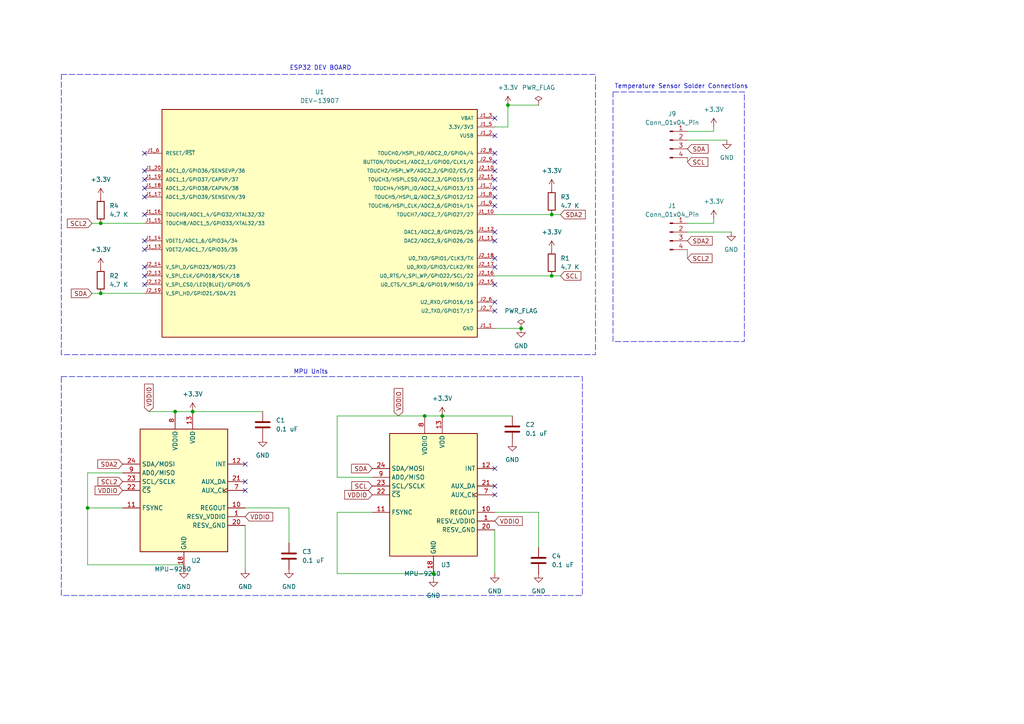
<source format=kicad_sch>
(kicad_sch (version 20250114) (generator "eeschema") (generator_version "9.0")
  (paper "A4")
  (lib_symbols
    (symbol "Connector:Conn_01x04_Pin" (pin_names (offset 1.016) (hide yes))
      (property "Reference" "J" (at 0 5.08 0))
      (property "Value" "Conn_01x04_Pin" (at 0 -7.62 0))
      (symbol "Conn_01x04_Pin_1_1"
        (rectangle (start 0.8636 2.667) (end 0 2.413) (stroke (width 0.1524)) (fill (type outline)))
        (rectangle (start 0.8636 0.127) (end 0 -0.127) (stroke (width 0.1524)) (fill (type outline)))
        (rectangle (start 0.8636 -2.413) (end 0 -2.667) (stroke (width 0.1524)) (fill (type outline)))
        (rectangle (start 0.8636 -4.953) (end 0 -5.207) (stroke (width 0.1524)) (fill (type outline)))
        (polyline (pts (xy 1.27 2.54) (xy 0.8636 2.54)) (stroke (width 0.1524)))
        (polyline (pts (xy 1.27 0) (xy 0.8636 0)) (stroke (width 0.1524)))
        (polyline (pts (xy 1.27 -2.54) (xy 0.8636 -2.54)) (stroke (width 0.1524)))
        (polyline (pts (xy 1.27 -5.08) (xy 0.8636 -5.08)) (stroke (width 0.1524)))
        (pin passive line (at 5.08 2.54 180) (length 3.81) (name "Pin_1") (number "1"))
        (pin passive line (at 5.08 0 180) (length 3.81) (name "Pin_2") (number "2"))
        (pin passive line (at 5.08 -2.54 180) (length 3.81) (name "Pin_3") (number "3"))
        (pin passive line (at 5.08 -5.08 180) (length 3.81) (name "Pin_4") (number "4"))
      )
    )
    (symbol "DEV-13907:DEV-13907" (pin_names (offset 1.016))
      (property "Reference" "U" (at -45.72 33.782 0))
      (property "Value" "DEV-13907" (at -45.72 -35.56 0))
      (symbol "DEV-13907_0_0"
        (rectangle (start -45.72 -33.02) (end 45.72 33.02) (stroke (width 0.254)) (fill (type background)))
        (pin input line (at -50.8 20.32 0) (length 5.08) (name "RESET/~{RST}") (number "J1_6"))
        (pin bidirectional line (at -50.8 15.24 0) (length 5.08) (name "ADC1_0/GPIO36/SENSEVP/36") (number "J1_20"))
        (pin bidirectional line (at -50.8 12.7 0) (length 5.08) (name "ADC1_1/GPIO37/CAPVP/37") (number "J1_19"))
        (pin bidirectional line (at -50.8 10.16 0) (length 5.08) (name "ADC1_2/GPIO38/CAPVN/38") (number "J1_18"))
        (pin bidirectional line (at -50.8 7.62 0) (length 5.08) (name "ADC1_3/GPIO39/SENSEVN/39") (number "J1_17"))
        (pin bidirectional line (at -50.8 2.54 0) (length 5.08) (name "TOUCH9/ADC1_4/GPIO32/XTAL32/32") (number "J1_16"))
        (pin bidirectional line (at -50.8 0 0) (length 5.08) (name "TOUCH8/ADC1_5/GPIO33/XTAL32/33") (number "J1_15"))
        (pin bidirectional line (at -50.8 -5.08 0) (length 5.08) (name "VDET1/ADC1_6/GPIO34/34") (number "J1_14"))
        (pin bidirectional line (at -50.8 -7.62 0) (length 5.08) (name "VDET2/ADC1_7/GPIO35/35") (number "J1_13"))
        (pin bidirectional line (at -50.8 -12.7 0) (length 5.08) (name "V_SPI_D/GPIO23/MOSI/23") (number "J2_14"))
        (pin bidirectional line (at -50.8 -15.24 0) (length 5.08) (name "V_SPI_CLK/GPIO18/SCK/18") (number "J2_13"))
        (pin bidirectional line (at -50.8 -17.78 0) (length 5.08) (name "V_SPI_CS0/LED(BLUE)/GPIO5/5") (number "J2_12"))
        (pin bidirectional line (at -50.8 -20.32 0) (length 5.08) (name "V_SPI_HD/GPIO21/SDA/21") (number "J2_19"))
        (pin power_in line (at 50.8 30.48 180) (length 5.08) (name "VBAT") (number "J1_3"))
        (pin power_in line (at 50.8 30.48 180) (length 5.08) (hide yes) (name "VBAT") (number "J2_3"))
        (pin power_in line (at 50.8 27.94 180) (length 5.08) (name "3.3V/3V3") (number "J1_5"))
        (pin power_in line (at 50.8 27.94 180) (length 5.08) (hide yes) (name "3.3V/3V3") (number "J2_5"))
        (pin power_in line (at 50.8 25.4 180) (length 5.08) (name "VUSB") (number "J1_2"))
        (pin power_in line (at 50.8 25.4 180) (length 5.08) (hide yes) (name "VUSB") (number "J2_2"))
        (pin bidirectional line (at 50.8 20.32 180) (length 5.08) (name "TOUCH0/HSPI_HD/ADC2_0/GPIO4/4") (number "J2_8"))
        (pin bidirectional line (at 50.8 17.78 180) (length 5.08) (name "BUTTON/TOUCH1/ADC2_1/GPIO0/CLK1/0") (number "J2_9"))
        (pin bidirectional line (at 50.8 15.24 180) (length 5.08) (name "TOUCH2/HSPI_WP/ADC2_2/GPIO2/CS/2") (number "J2_10"))
        (pin bidirectional line (at 50.8 12.7 180) (length 5.08) (name "TOUCH3/HSPI_CS0/ADC2_3/GPIO15/15") (number "J2_11"))
        (pin bidirectional line (at 50.8 10.16 180) (length 5.08) (name "TOUCH4/HSPI_ID/ADC2_4/GPIO13/13") (number "J1_7"))
        (pin bidirectional line (at 50.8 7.62 180) (length 5.08) (name "TOUCH5/HSPI_Q/ADC2_5/GPIO12/12") (number "J1_8"))
        (pin bidirectional line (at 50.8 5.08 180) (length 5.08) (name "TOUCH6/HSPI_CLK/ADC2_6/GPIO14/14") (number "J1_9"))
        (pin bidirectional line (at 50.8 2.54 180) (length 5.08) (name "TOUCH7/ADC2_7/GPIO27/27") (number "J1_10"))
        (pin bidirectional line (at 50.8 -2.54 180) (length 5.08) (name "DAC1/ADC2_8/GPIO25/25") (number "J1_12"))
        (pin bidirectional line (at 50.8 -5.08 180) (length 5.08) (name "DAC2/ADC2_9/GPIO26/26") (number "J1_11"))
        (pin bidirectional line (at 50.8 -10.16 180) (length 5.08) (name "U0_TXD/GPIO1/CLK3/TX") (number "J2_18"))
        (pin bidirectional line (at 50.8 -12.7 180) (length 5.08) (name "U0_RXD/GPIO3/CLK2/RX") (number "J2_17"))
        (pin bidirectional line (at 50.8 -15.24 180) (length 5.08) (name "U0_RTS/V_SPI_WP/GPIO22/SCL/22") (number "J2_16"))
        (pin bidirectional line (at 50.8 -17.78 180) (length 5.08) (name "U0_CTS/V_SPI_Q/GPIO19/MISO/19") (number "J2_15"))
        (pin bidirectional line (at 50.8 -22.86 180) (length 5.08) (name "U2_RXD/GPIO16/16") (number "J2_6"))
        (pin bidirectional line (at 50.8 -25.4 180) (length 5.08) (name "U2_TXD/GPIO17/17") (number "J2_7"))
        (pin power_in line (at 50.8 -30.48 180) (length 5.08) (name "GND") (number "J1_1"))
        (pin power_in line (at 50.8 -30.48 180) (length 5.08) (hide yes) (name "GND") (number "J1_4"))
        (pin power_in line (at 50.8 -30.48 180) (length 5.08) (hide yes) (name "GND") (number "J2_1"))
        (pin power_in line (at 50.8 -30.48 180) (length 5.08) (hide yes) (name "GND") (number "J2_20"))
        (pin power_in line (at 50.8 -30.48 180) (length 5.08) (hide yes) (name "GND") (number "J2_4"))
      )
    )
    (symbol "Device:C" (pin_numbers (hide yes)) (pin_names (offset 0.254))
      (property "Reference" "C" (at 0.635 2.54 0))
      (property "Value" "C" (at 0.635 -2.54 0))
      (symbol "C_0_1"
        (polyline (pts (xy -2.032 0.762) (xy 2.032 0.762)) (stroke (width 0.508)))
        (polyline (pts (xy -2.032 -0.762) (xy 2.032 -0.762)) (stroke (width 0.508)))
      )
      (symbol "C_1_1"
        (pin passive line (at 0 3.81 270) (length 2.794) (name "~") (number "1"))
        (pin passive line (at 0 -3.81 90) (length 2.794) (name "~") (number "2"))
      )
    )
    (symbol "Device:R" (pin_numbers (hide yes)) (pin_names (offset 0))
      (property "Reference" "R" (at 2.032 0 90))
      (property "Value" "R" (at 0 0 90))
      (symbol "R_0_1"
        (rectangle (start -1.016 -2.54) (end 1.016 2.54) (stroke (width 0.254)))
      )
      (symbol "R_1_1"
        (pin passive line (at 0 3.81 270) (length 1.27) (name "~") (number "1"))
        (pin passive line (at 0 -3.81 90) (length 1.27) (name "~") (number "2"))
      )
    )
    (symbol "Sensor_Motion:MPU-9250"
      (property "Reference" "U" (at -11.43 19.05 0))
      (property "Value" "MPU-9250" (at 7.62 -19.05 0))
      (symbol "MPU-9250_0_1"
        (rectangle (start -12.7 17.78) (end 12.7 -17.78) (stroke (width 0.254)) (fill (type background)))
      )
      (symbol "MPU-9250_1_1"
        (pin bidirectional line (at -17.78 7.62 0) (length 5.08) (name "SDA/MOSI") (number "24"))
        (pin bidirectional line (at -17.78 5.08 0) (length 5.08) (name "AD0/MISO") (number "9"))
        (pin input line (at -17.78 2.54 0) (length 5.08) (name "SCL/SCLK") (number "23"))
        (pin input line (at -17.78 0 0) (length 5.08) (name "~{CS}") (number "22"))
        (pin input line (at -17.78 -5.08 0) (length 5.08) (name "FSYNC") (number "11"))
        (pin power_in line (at -2.54 22.86 270) (length 5.08) (name "VDDIO") (number "8"))
        (pin power_in line (at 0 -22.86 90) (length 5.08) (name "GND") (number "18"))
        (pin power_in line (at 2.54 22.86 270) (length 5.08) (name "VDD") (number "13"))
        (pin output line (at 17.78 7.62 180) (length 5.08) (name "INT") (number "12"))
        (pin bidirectional line (at 17.78 2.54 180) (length 5.08) (name "AUX_DA") (number "21"))
        (pin output clock (at 17.78 0 180) (length 5.08) (name "AUX_CL") (number "7"))
        (pin passive line (at 17.78 -5.08 180) (length 5.08) (name "REGOUT") (number "10"))
        (pin input line (at 17.78 -7.62 180) (length 5.08) (name "RESV_VDDIO") (number "1"))
        (pin power_in line (at 17.78 -10.16 180) (length 5.08) (name "RESV_GND") (number "20"))
      )
    )
    (symbol "power:+3.3V" (power) (pin_numbers (hide yes)) (pin_names (offset 0) (hide yes))
      (property "Value" "+3.3V" (at 0 3.556 0))
      (symbol "+3.3V_0_1"
        (polyline (pts (xy -0.762 1.27) (xy 0 2.54)))
        (polyline (pts (xy 0 2.54) (xy 0.762 1.27)))
        (polyline (pts (xy 0 0) (xy 0 2.54)))
      )
      (symbol "+3.3V_1_1"
        (pin power_in line (at 0 0 90) (length 0) (name "~") (number "1"))
      )
    )
    (symbol "power:GND" (power) (pin_numbers (hide yes)) (pin_names (offset 0) (hide yes))
      (property "Value" "GND" (at 0 -3.81 0))
      (symbol "GND_0_1"
        (polyline (pts (xy 0 0) (xy 0 -1.27) (xy 1.27 -1.27) (xy 0 -2.54) (xy -1.27 -1.27) (xy 0 -1.27)))
      )
      (symbol "GND_1_1"
        (pin power_in line (at 0 0 270) (length 0) (name "~") (number "1"))
      )
    )
    (symbol "power:PWR_FLAG" (power) (pin_numbers (hide yes)) (pin_names (offset 0) (hide yes))
      (property "Value" "PWR_FLAG" (at 0 3.81 0))
      (symbol "PWR_FLAG_0_0"
        (pin power_out line (at 0 0 90) (length 0) (name "~") (number "1"))
      )
      (symbol "PWR_FLAG_0_1"
        (polyline (pts (xy 0 0) (xy 0 1.27) (xy -1.016 1.905) (xy 0 2.54) (xy 1.016 1.905) (xy 0 1.27)))
      )
    )
  )
  (rectangle (start 17.78 109.22) (end 168.91 172.72) (stroke (width 0) (type dash)))
  (rectangle (start 177.8 26.67) (end 215.9 99.06) (stroke (width 0) (type dash)))
  (rectangle (start 17.78 21.59) (end 172.72 102.87) (stroke (width 0) (type dash)))
  (text "MPU Units" (at 90.17 107.95 0) (effects (font (size 1.27 1.27))))
  (text "ESP32 DEV BOARD" (at 92.964 19.812 0) (effects (font (size 1.27 1.27))))
  (text "Temperature Sensor Solder Connections" (at 197.612 25.146 0) (effects (font (size 1.27 1.27))))
  (junction (at 55.88 119.38))
  (junction (at 160.02 62.23))
  (junction (at 160.02 80.01))
  (junction (at 25.4 147.32))
  (junction (at 128.27 120.65))
  (junction (at 29.21 85.09))
  (junction (at 151.13 95.25))
  (junction (at 29.21 64.77))
  (junction (at 125.73 166.37))
  (junction (at 50.8 119.38))
  (junction (at 147.32 30.48))
  (junction (at 123.19 120.65))
  (no_connect (at 41.91 57.15))
  (no_connect (at 41.91 54.61))
  (no_connect (at 143.51 82.55))
  (no_connect (at 41.91 69.85))
  (no_connect (at 41.91 62.23))
  (no_connect (at 143.51 52.07))
  (no_connect (at 143.51 140.97))
  (no_connect (at 71.12 142.24))
  (no_connect (at 41.91 80.01))
  (no_connect (at 143.51 44.45))
  (no_connect (at 143.51 77.47))
  (no_connect (at 41.91 77.47))
  (no_connect (at 143.51 34.29))
  (no_connect (at 143.51 143.51))
  (no_connect (at 41.91 52.07))
  (no_connect (at 143.51 59.69))
  (no_connect (at 143.51 69.85))
  (no_connect (at 143.51 49.53))
  (no_connect (at 143.51 57.15))
  (no_connect (at 143.51 46.99))
  (no_connect (at 41.91 72.39))
  (no_connect (at 143.51 90.17))
  (no_connect (at 143.51 135.89))
  (no_connect (at 41.91 49.53))
  (no_connect (at 143.51 87.63))
  (no_connect (at 41.91 82.55))
  (no_connect (at 143.51 67.31))
  (no_connect (at 143.51 54.61))
  (no_connect (at 71.12 139.7))
  (no_connect (at 143.51 74.93))
  (no_connect (at 41.91 44.45))
  (no_connect (at 71.12 134.62))
  (no_connect (at 143.51 39.37))
  (wire (pts (xy 207.01 64.77) (xy 207.01 63.5)))
  (wire (pts (xy 199.39 67.31) (xy 212.09 67.31)))
  (wire (pts (xy 71.12 147.32) (xy 83.82 147.32)))
  (wire (pts (xy 25.4 147.32) (xy 35.56 147.32)))
  (wire (pts (xy 43.18 119.38) (xy 50.8 119.38)))
  (wire (pts (xy 71.12 152.4) (xy 71.12 165.1)))
  (wire (pts (xy 147.32 30.48) (xy 156.21 30.48)))
  (wire (pts (xy 143.51 36.83) (xy 147.32 36.83)))
  (wire (pts (xy 207.01 38.1) (xy 207.01 36.83)))
  (wire (pts (xy 143.51 148.59) (xy 156.21 148.59)))
  (wire (pts (xy 125.73 166.37) (xy 97.79 166.37)))
  (wire (pts (xy 143.51 153.67) (xy 143.51 166.37)))
  (wire (pts (xy 156.21 148.59) (xy 156.21 158.75)))
  (wire (pts (xy 26.67 64.77) (xy 29.21 64.77)))
  (wire (pts (xy 97.79 148.59) (xy 97.79 166.37)))
  (wire (pts (xy 162.56 80.01) (xy 160.02 80.01)))
  (wire (pts (xy 25.4 163.83) (xy 53.34 163.83)))
  (wire (pts (xy 26.67 85.09) (xy 29.21 85.09)))
  (wire (pts (xy 199.39 40.64) (xy 210.82 40.64)))
  (wire (pts (xy 151.13 95.25) (xy 143.51 95.25)))
  (wire (pts (xy 97.79 120.65) (xy 97.79 138.43)))
  (wire (pts (xy 147.32 36.83) (xy 147.32 30.48)))
  (wire (pts (xy 97.79 138.43) (xy 107.95 138.43)))
  (wire (pts (xy 55.88 119.38) (xy 76.2 119.38)))
  (wire (pts (xy 160.02 80.01) (xy 143.51 80.01)))
  (wire (pts (xy 199.39 64.77) (xy 207.01 64.77)))
  (wire (pts (xy 128.27 120.65) (xy 148.59 120.65)))
  (wire (pts (xy 97.79 148.59) (xy 107.95 148.59)))
  (wire (pts (xy 143.51 62.23) (xy 160.02 62.23)))
  (wire (pts (xy 25.4 163.83) (xy 25.4 147.32)))
  (wire (pts (xy 50.8 119.38) (xy 55.88 119.38)))
  (wire (pts (xy 160.02 62.23) (xy 162.56 62.23)))
  (wire (pts (xy 25.4 147.32) (xy 25.4 137.16)))
  (wire (pts (xy 29.21 64.77) (xy 41.91 64.77)))
  (wire (pts (xy 199.39 72.39) (xy 199.39 74.93)))
  (wire (pts (xy 199.39 38.1) (xy 207.01 38.1)))
  (wire (pts (xy 125.73 167.64) (xy 125.73 166.37)))
  (wire (pts (xy 83.82 147.32) (xy 83.82 157.48)))
  (wire (pts (xy 123.19 120.65) (xy 128.27 120.65)))
  (wire (pts (xy 29.21 85.09) (xy 41.91 85.09)))
  (wire (pts (xy 199.39 45.72) (xy 199.39 46.99)))
  (wire (pts (xy 25.4 137.16) (xy 35.56 137.16)))
  (wire (pts (xy 97.79 120.65) (xy 123.19 120.65)))
  (global_label "SDA" (shape input) (at 26.67 85.09 180) (property "Intersheetrefs" "${INTERSHEET_REFS}" (effects (hide yes))))
  (global_label "SCL2" (shape input) (at 35.56 139.7 180) (property "Intersheetrefs" "${INTERSHEET_REFS}" (effects (hide yes))))
  (global_label "SCL" (shape input) (at 107.95 140.97 180) (property "Intersheetrefs" "${INTERSHEET_REFS}" (effects (hide yes))))
  (global_label "VDDIO" (shape input) (at 107.95 143.51 180) (property "Intersheetrefs" "${INTERSHEET_REFS}" (effects (hide yes))))
  (global_label "VDDIO" (shape input) (at 43.18 119.38 90) (property "Intersheetrefs" "${INTERSHEET_REFS}" (effects (hide yes))))
  (global_label "SDA" (shape input) (at 199.39 43.18 0) (property "Intersheetrefs" "${INTERSHEET_REFS}" (effects (hide yes))))
  (global_label "SDA2" (shape input) (at 162.56 62.23 0) (property "Intersheetrefs" "${INTERSHEET_REFS}" (effects (hide yes))))
  (global_label "VDDIO" (shape input) (at 115.57 120.65 90) (property "Intersheetrefs" "${INTERSHEET_REFS}" (effects (hide yes))))
  (global_label "SDA" (shape input) (at 107.95 135.89 180) (property "Intersheetrefs" "${INTERSHEET_REFS}" (effects (hide yes))))
  (global_label "SDA2" (shape input) (at 35.56 134.62 180) (property "Intersheetrefs" "${INTERSHEET_REFS}" (effects (hide yes))))
  (global_label "SCL" (shape input) (at 199.39 46.99 0) (property "Intersheetrefs" "${INTERSHEET_REFS}" (effects (hide yes))))
  (global_label "SCL2" (shape input) (at 26.67 64.77 180) (property "Intersheetrefs" "${INTERSHEET_REFS}" (effects (hide yes))))
  (global_label "SDA2" (shape input) (at 199.39 69.85 0) (property "Intersheetrefs" "${INTERSHEET_REFS}" (effects (hide yes))))
  (global_label "SCL2" (shape input) (at 199.39 74.93 0) (property "Intersheetrefs" "${INTERSHEET_REFS}" (effects (hide yes))))
  (global_label "SCL" (shape input) (at 162.56 80.01 0) (property "Intersheetrefs" "${INTERSHEET_REFS}" (effects (hide yes))))
  (global_label "VDDIO" (shape input) (at 71.12 149.86 0) (property "Intersheetrefs" "${INTERSHEET_REFS}" (effects (hide yes))))
  (global_label "VDDIO" (shape input) (at 143.51 151.13 0) (property "Intersheetrefs" "${INTERSHEET_REFS}" (effects (hide yes))))
  (global_label "VDDIO" (shape input) (at 35.56 142.24 180) (property "Intersheetrefs" "${INTERSHEET_REFS}" (effects (hide yes))))
  (symbol (lib_id "power:GND") (at 125.73 167.64 0) (unit 1)
    (property "Reference" "#PWR05" (effects (hide yes)))
    (property "Value" "GND" (at 125.73 172.72 0))
    (property "Description" "Power symbol creates a global label with name \"GND\" , ground" (effects (hide yes)))
  )
  (symbol (lib_id "Device:C") (at 83.82 161.29 0) (unit 1)
    (property "Reference" "C3" (at 87.63 160.0199 0) (effects (justify left)))
    (property "Value" "0.1 uF" (at 87.63 162.5599 0) (effects (justify left)))
    (property "Footprint" "Capacitor_SMD:C_0805_2012Metric" (effects (hide yes)))
    (property "Description" "Unpolarized capacitor" (effects (hide yes)))
  )
  (symbol (lib_id "power:+3.3V") (at 160.02 72.39 0) (unit 1)
    (property "Reference" "#PWR018" (effects (hide yes)))
    (property "Value" "+3.3V" (at 160.02 67.31 0))
    (property "Description" "Power symbol creates a global label with name \"+3.3V\"" (effects (hide yes)))
  )
  (symbol (lib_id "power:+3.3V") (at 207.01 36.83 0) (unit 1)
    (property "Reference" "#PWR07" (effects (hide yes)))
    (property "Value" "+3.3V" (at 207.01 31.75 0))
    (property "Description" "Power symbol creates a global label with name \"+3.3V\"" (effects (hide yes)))
  )
  (symbol (lib_id "power:GND") (at 71.12 165.1 0) (unit 1)
    (property "Reference" "#PWR03" (effects (hide yes)))
    (property "Value" "GND" (at 71.12 170.18 0))
    (property "Description" "Power symbol creates a global label with name \"GND\" , ground" (effects (hide yes)))
  )
  (symbol (lib_id "power:GND") (at 76.2 127 0) (unit 1)
    (property "Reference" "#PWR011" (effects (hide yes)))
    (property "Value" "GND" (at 76.2 132.08 0))
    (property "Description" "Power symbol creates a global label with name \"GND\" , ground" (effects (hide yes)))
  )
  (symbol (lib_id "Device:C") (at 148.59 124.46 0) (unit 1)
    (property "Reference" "C2" (at 152.4 123.1899 0) (effects (justify left)))
    (property "Value" "0.1 uF" (at 152.4 125.7299 0) (effects (justify left)))
    (property "Footprint" "Capacitor_SMD:C_0805_2012Metric" (effects (hide yes)))
    (property "Description" "Unpolarized capacitor" (effects (hide yes)))
  )
  (symbol (lib_id "Device:R") (at 160.02 76.2 0) (unit 1)
    (property "Reference" "R1" (at 162.56 74.9299 0) (effects (justify left)))
    (property "Value" "4.7 K" (at 162.56 77.4699 0) (effects (justify left)))
    (property "Footprint" "Resistor_SMD:R_0805_2012Metric" (effects (hide yes)))
    (property "Description" "Resistor" (effects (hide yes)))
  )
  (symbol (lib_id "power:GND") (at 212.09 67.31 0) (unit 1)
    (property "Reference" "#PWR010" (effects (hide yes)))
    (property "Value" "GND" (at 212.09 72.39 0))
    (property "Description" "Power symbol creates a global label with name \"GND\" , ground" (effects (hide yes)))
  )
  (symbol (lib_id "power:+3.3V") (at 29.21 57.15 0) (unit 1)
    (property "Reference" "#PWR020" (effects (hide yes)))
    (property "Value" "+3.3V" (at 29.21 52.07 0))
    (property "Description" "Power symbol creates a global label with name \"+3.3V\"" (effects (hide yes)))
  )
  (symbol (lib_id "power:+3.3V") (at 207.01 63.5 0) (unit 1)
    (property "Reference" "#PWR09" (effects (hide yes)))
    (property "Value" "+3.3V" (at 207.01 58.42 0))
    (property "Description" "Power symbol creates a global label with name \"+3.3V\"" (effects (hide yes)))
  )
  (symbol (lib_id "power:PWR_FLAG") (at 151.13 95.25 0) (unit 1)
    (property "Reference" "#FLG02" (effects (hide yes)))
    (property "Value" "PWR_FLAG" (at 151.13 90.17 0))
    (property "Description" "Special symbol for telling ERC where power comes from" (effects (hide yes)))
  )
  (symbol (lib_id "power:GND") (at 83.82 165.1 0) (unit 1)
    (property "Reference" "#PWR013" (effects (hide yes)))
    (property "Value" "GND" (at 83.82 170.18 0))
    (property "Description" "Power symbol creates a global label with name \"GND\" , ground" (effects (hide yes)))
  )
  (symbol (lib_id "Sensor_Motion:MPU-9250") (at 53.34 142.24 0) (unit 1)
    (property "Reference" "U2" (at 55.4833 162.56 0) (effects (justify left)))
    (property "Value" "MPU-9250" (at 55.4833 165.1 0) (effects (justify right)))
    (property "Footprint" "Sensor_Motion:InvenSense_QFN-24_3x3mm_P0.4mm" (effects (hide yes)))
    (property "Datasheet" "https://invensense.tdk.com/wp-content/uploads/2015/02/PS-MPU-9250A-01-v1.1.pdf" (effects (hide yes)))
    (property "Description" "InvenSense 9-Axis Motion Sensor, Accelerometer, Gyroscope, Compass, I2C/SPI" (effects (hide yes)))
  )
  (symbol (lib_id "power:PWR_FLAG") (at 156.21 30.48 0) (unit 1)
    (property "Reference" "#FLG01" (effects (hide yes)))
    (property "Value" "PWR_FLAG" (at 156.21 25.4 0))
    (property "Description" "Special symbol for telling ERC where power comes from" (effects (hide yes)))
  )
  (symbol (lib_id "power:GND") (at 210.82 40.64 0) (unit 1)
    (property "Reference" "#PWR08" (effects (hide yes)))
    (property "Value" "GND" (at 210.82 45.72 0))
    (property "Description" "Power symbol creates a global label with name \"GND\" , ground" (effects (hide yes)))
  )
  (symbol (lib_id "Connector:Conn_01x04_Pin") (at 194.31 40.64 0) (unit 1)
    (property "Reference" "J9" (at 194.945 33.02 0))
    (property "Value" "Conn_01x04_Pin" (at 194.945 35.56 0))
    (property "Footprint" "Connector_PinHeader_2.54mm:PinHeader_1x04_P2.54mm_Horizontal" (effects (hide yes)))
    (property "Description" "Generic connector, single row, 01x04, script generated" (effects (hide yes)))
  )
  (symbol (lib_id "Device:R") (at 160.02 58.42 0) (unit 1)
    (property "Reference" "R3" (at 162.56 57.1499 0) (effects (justify left)))
    (property "Value" "4.7 K" (at 162.56 59.6899 0) (effects (justify left)))
    (property "Footprint" "Resistor_SMD:R_0805_2012Metric" (effects (hide yes)))
    (property "Description" "Resistor" (effects (hide yes)))
  )
  (symbol (lib_id "power:GND") (at 156.21 166.37 0) (unit 1)
    (property "Reference" "#PWR016" (effects (hide yes)))
    (property "Value" "GND" (at 156.21 171.45 0))
    (property "Description" "Power symbol creates a global label with name \"GND\" , ground" (effects (hide yes)))
  )
  (symbol (lib_id "DEV-13907:DEV-13907") (at 92.71 64.77 0) (unit 1)
    (property "Reference" "U1" (at 92.71 26.67 0))
    (property "Value" "DEV-13907" (at 92.71 29.21 0))
    (property "Footprint" "DEV-13907-3:MODULE_DEV-13907" (effects (hide yes)))
    (property "MF" "SparkFun" (effects (hide yes)))
    (property "MAXIMUM_PACKAGE_HEIGHT" "1.90mm" (effects (hide yes)))
    (property "Package" "None" (effects (hide yes)))
    (property "Price" "None" (effects (hide yes)))
    (property "Check_prices" "https://www.snapeda.com/parts/DEV-13907/SparkFun/view-part/?ref=eda" (effects (hide yes)))
    (property "STANDARD" "Manufacturer Recommendations" (effects (hide yes)))
    (property "PARTREV" "V10" (effects (hide yes)))
    (property "SnapEDA_Link" "https://www.snapeda.com/parts/DEV-13907/SparkFun/view-part/?ref=snap" (effects (hide yes)))
    (property "MP" "DEV-13907" (effects (hide yes)))
    (property "Description_1" "ESP32 - Transceiver; 802.11 b/g/n (Wi-Fi, WiFi, WLAN), Bluetooth® Smart Ready 4.x Dual Mode Evaluation Board" (effects (hide yes)))
    (property "MANUFACTURER" "SparkFun" (effects (hide yes)))
    (property "Availability" "In Stock" (effects (hide yes)))
    (property "SNAPEDA_PN" "DEV-13907" (effects (hide yes)))
  )
  (symbol (lib_id "Device:R") (at 29.21 81.28 0) (unit 1)
    (property "Reference" "R2" (at 31.75 80.0099 0) (effects (justify left)))
    (property "Value" "4.7 K" (at 31.75 82.5499 0) (effects (justify left)))
    (property "Footprint" "Resistor_SMD:R_0805_2012Metric" (effects (hide yes)))
    (property "Description" "Resistor" (effects (hide yes)))
  )
  (symbol (lib_id "power:GND") (at 53.34 165.1 0) (unit 1)
    (property "Reference" "#PWR06" (effects (hide yes)))
    (property "Value" "GND" (at 53.34 170.18 0))
    (property "Description" "Power symbol creates a global label with name \"GND\" , ground" (effects (hide yes)))
  )
  (symbol (lib_id "power:+3.3V") (at 29.21 77.47 0) (unit 1)
    (property "Reference" "#PWR017" (effects (hide yes)))
    (property "Value" "+3.3V" (at 29.21 72.39 0))
    (property "Description" "Power symbol creates a global label with name \"+3.3V\"" (effects (hide yes)))
  )
  (symbol (lib_id "Device:C") (at 156.21 162.56 0) (unit 1)
    (property "Reference" "C4" (at 160.02 161.2899 0) (effects (justify left)))
    (property "Value" "0.1 uF" (at 160.02 163.8299 0) (effects (justify left)))
    (property "Footprint" "Capacitor_SMD:C_0805_2012Metric" (effects (hide yes)))
    (property "Description" "Unpolarized capacitor" (effects (hide yes)))
  )
  (symbol (lib_id "Sensor_Motion:MPU-9250") (at 125.73 143.51 0) (unit 1)
    (property "Reference" "U3" (at 127.8733 163.83 0) (effects (justify left)))
    (property "Value" "MPU-9250" (at 127.8733 166.37 0) (effects (justify right)))
    (property "Footprint" "Sensor_Motion:InvenSense_QFN-24_3x3mm_P0.4mm" (effects (hide yes)))
    (property "Datasheet" "https://invensense.tdk.com/wp-content/uploads/2015/02/PS-MPU-9250A-01-v1.1.pdf" (effects (hide yes)))
    (property "Description" "InvenSense 9-Axis Motion Sensor, Accelerometer, Gyroscope, Compass, I2C/SPI" (effects (hide yes)))
  )
  (symbol (lib_id "power:GND") (at 148.59 128.27 0) (unit 1)
    (property "Reference" "#PWR015" (effects (hide yes)))
    (property "Value" "GND" (at 148.59 133.35 0))
    (property "Description" "Power symbol creates a global label with name \"GND\" , ground" (effects (hide yes)))
  )
  (symbol (lib_id "Device:R") (at 29.21 60.96 0) (unit 1)
    (property "Reference" "R4" (at 31.75 59.6899 0) (effects (justify left)))
    (property "Value" "4.7 K" (at 31.75 62.2299 0) (effects (justify left)))
    (property "Footprint" "Resistor_SMD:R_0805_2012Metric" (effects (hide yes)))
    (property "Description" "Resistor" (effects (hide yes)))
  )
  (symbol (lib_id "power:+3.3V") (at 160.02 54.61 0) (unit 1)
    (property "Reference" "#PWR019" (effects (hide yes)))
    (property "Value" "+3.3V" (at 160.02 49.53 0))
    (property "Description" "Power symbol creates a global label with name \"+3.3V\"" (effects (hide yes)))
  )
  (symbol (lib_id "power:+3.3V") (at 147.32 30.48 0) (unit 1)
    (property "Reference" "#PWR01" (effects (hide yes)))
    (property "Value" "+3.3V" (at 147.32 25.4 0))
    (property "Description" "Power symbol creates a global label with name \"+3.3V\"" (effects (hide yes)))
  )
  (symbol (lib_id "power:GND") (at 151.13 95.25 0) (unit 1)
    (property "Reference" "#PWR02" (effects (hide yes)))
    (property "Value" "GND" (at 151.13 100.33 0))
    (property "Description" "Power symbol creates a global label with name \"GND\" , ground" (effects (hide yes)))
  )
  (symbol (lib_id "power:+3.3V") (at 128.27 120.65 0) (unit 1)
    (property "Reference" "#PWR012" (effects (hide yes)))
    (property "Value" "+3.3V" (at 128.27 115.57 0))
    (property "Description" "Power symbol creates a global label with name \"+3.3V\"" (effects (hide yes)))
  )
  (symbol (lib_id "power:GND") (at 143.51 166.37 0) (unit 1)
    (property "Reference" "#PWR014" (effects (hide yes)))
    (property "Value" "GND" (at 143.51 171.45 0))
    (property "Description" "Power symbol creates a global label with name \"GND\" , ground" (effects (hide yes)))
  )
  (symbol (lib_id "Device:C") (at 76.2 123.19 0) (unit 1)
    (property "Reference" "C1" (at 80.01 121.9199 0) (effects (justify left)))
    (property "Value" "0.1 uF" (at 80.01 124.4599 0) (effects (justify left)))
    (property "Footprint" "Capacitor_SMD:C_0805_2012Metric" (effects (hide yes)))
    (property "Description" "Unpolarized capacitor" (effects (hide yes)))
  )
  (symbol (lib_id "Connector:Conn_01x04_Pin") (at 194.31 67.31 0) (unit 1)
    (property "Reference" "J1" (at 194.945 59.69 0))
    (property "Value" "Conn_01x04_Pin" (at 194.945 62.23 0))
    (property "Footprint" "Connector_PinHeader_2.54mm:PinHeader_1x04_P2.54mm_Horizontal" (effects (hide yes)))
    (property "Description" "Generic connector, single row, 01x04, script generated" (effects (hide yes)))
  )
  (symbol (lib_id "power:+3.3V") (at 55.88 119.38 0) (unit 1)
    (property "Reference" "#PWR04" (effects (hide yes)))
    (property "Value" "+3.3V" (at 55.88 114.3 0))
    (property "Description" "Power symbol creates a global label with name \"+3.3V\"" (effects (hide yes)))
  )
)
</source>
